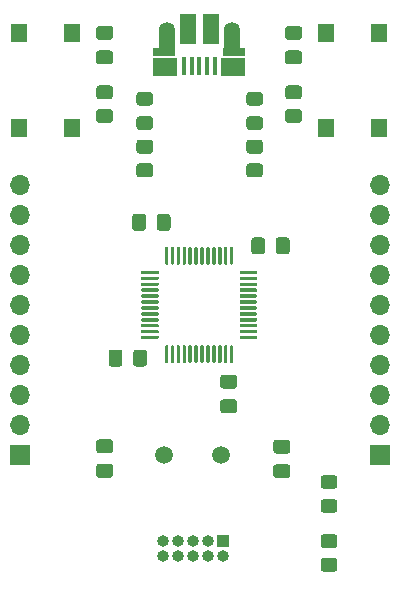
<source format=gbr>
G04 #@! TF.GenerationSoftware,KiCad,Pcbnew,(5.1.9)-1*
G04 #@! TF.CreationDate,2021-04-03T09:41:49-07:00*
G04 #@! TF.ProjectId,Avionics,4176696f-6e69-4637-932e-6b696361645f,rev?*
G04 #@! TF.SameCoordinates,Original*
G04 #@! TF.FileFunction,Soldermask,Top*
G04 #@! TF.FilePolarity,Negative*
%FSLAX46Y46*%
G04 Gerber Fmt 4.6, Leading zero omitted, Abs format (unit mm)*
G04 Created by KiCad (PCBNEW (5.1.9)-1) date 2021-04-03 09:41:49*
%MOMM*%
%LPD*%
G01*
G04 APERTURE LIST*
%ADD10R,1.700000X1.700000*%
%ADD11O,1.700000X1.700000*%
%ADD12R,1.000000X1.000000*%
%ADD13O,1.000000X1.000000*%
%ADD14R,1.350000X2.000000*%
%ADD15R,1.825000X0.700000*%
%ADD16R,2.000000X1.500000*%
%ADD17R,0.400000X1.650000*%
%ADD18O,1.100000X1.500000*%
%ADD19O,1.350000X1.700000*%
%ADD20R,1.430000X2.500000*%
%ADD21R,1.400000X1.600000*%
%ADD22C,1.500000*%
G04 APERTURE END LIST*
G36*
G01*
X174325000Y-88900000D02*
X174175000Y-88900000D01*
G75*
G02*
X174100000Y-88825000I0J75000D01*
G01*
X174100000Y-87500000D01*
G75*
G02*
X174175000Y-87425000I75000J0D01*
G01*
X174325000Y-87425000D01*
G75*
G02*
X174400000Y-87500000I0J-75000D01*
G01*
X174400000Y-88825000D01*
G75*
G02*
X174325000Y-88900000I-75000J0D01*
G01*
G37*
G36*
G01*
X174825000Y-88900000D02*
X174675000Y-88900000D01*
G75*
G02*
X174600000Y-88825000I0J75000D01*
G01*
X174600000Y-87500000D01*
G75*
G02*
X174675000Y-87425000I75000J0D01*
G01*
X174825000Y-87425000D01*
G75*
G02*
X174900000Y-87500000I0J-75000D01*
G01*
X174900000Y-88825000D01*
G75*
G02*
X174825000Y-88900000I-75000J0D01*
G01*
G37*
G36*
G01*
X175325000Y-88900000D02*
X175175000Y-88900000D01*
G75*
G02*
X175100000Y-88825000I0J75000D01*
G01*
X175100000Y-87500000D01*
G75*
G02*
X175175000Y-87425000I75000J0D01*
G01*
X175325000Y-87425000D01*
G75*
G02*
X175400000Y-87500000I0J-75000D01*
G01*
X175400000Y-88825000D01*
G75*
G02*
X175325000Y-88900000I-75000J0D01*
G01*
G37*
G36*
G01*
X175825000Y-88900000D02*
X175675000Y-88900000D01*
G75*
G02*
X175600000Y-88825000I0J75000D01*
G01*
X175600000Y-87500000D01*
G75*
G02*
X175675000Y-87425000I75000J0D01*
G01*
X175825000Y-87425000D01*
G75*
G02*
X175900000Y-87500000I0J-75000D01*
G01*
X175900000Y-88825000D01*
G75*
G02*
X175825000Y-88900000I-75000J0D01*
G01*
G37*
G36*
G01*
X176325000Y-88900000D02*
X176175000Y-88900000D01*
G75*
G02*
X176100000Y-88825000I0J75000D01*
G01*
X176100000Y-87500000D01*
G75*
G02*
X176175000Y-87425000I75000J0D01*
G01*
X176325000Y-87425000D01*
G75*
G02*
X176400000Y-87500000I0J-75000D01*
G01*
X176400000Y-88825000D01*
G75*
G02*
X176325000Y-88900000I-75000J0D01*
G01*
G37*
G36*
G01*
X176825000Y-88900000D02*
X176675000Y-88900000D01*
G75*
G02*
X176600000Y-88825000I0J75000D01*
G01*
X176600000Y-87500000D01*
G75*
G02*
X176675000Y-87425000I75000J0D01*
G01*
X176825000Y-87425000D01*
G75*
G02*
X176900000Y-87500000I0J-75000D01*
G01*
X176900000Y-88825000D01*
G75*
G02*
X176825000Y-88900000I-75000J0D01*
G01*
G37*
G36*
G01*
X177325000Y-88900000D02*
X177175000Y-88900000D01*
G75*
G02*
X177100000Y-88825000I0J75000D01*
G01*
X177100000Y-87500000D01*
G75*
G02*
X177175000Y-87425000I75000J0D01*
G01*
X177325000Y-87425000D01*
G75*
G02*
X177400000Y-87500000I0J-75000D01*
G01*
X177400000Y-88825000D01*
G75*
G02*
X177325000Y-88900000I-75000J0D01*
G01*
G37*
G36*
G01*
X177825000Y-88900000D02*
X177675000Y-88900000D01*
G75*
G02*
X177600000Y-88825000I0J75000D01*
G01*
X177600000Y-87500000D01*
G75*
G02*
X177675000Y-87425000I75000J0D01*
G01*
X177825000Y-87425000D01*
G75*
G02*
X177900000Y-87500000I0J-75000D01*
G01*
X177900000Y-88825000D01*
G75*
G02*
X177825000Y-88900000I-75000J0D01*
G01*
G37*
G36*
G01*
X178325000Y-88900000D02*
X178175000Y-88900000D01*
G75*
G02*
X178100000Y-88825000I0J75000D01*
G01*
X178100000Y-87500000D01*
G75*
G02*
X178175000Y-87425000I75000J0D01*
G01*
X178325000Y-87425000D01*
G75*
G02*
X178400000Y-87500000I0J-75000D01*
G01*
X178400000Y-88825000D01*
G75*
G02*
X178325000Y-88900000I-75000J0D01*
G01*
G37*
G36*
G01*
X178825000Y-88900000D02*
X178675000Y-88900000D01*
G75*
G02*
X178600000Y-88825000I0J75000D01*
G01*
X178600000Y-87500000D01*
G75*
G02*
X178675000Y-87425000I75000J0D01*
G01*
X178825000Y-87425000D01*
G75*
G02*
X178900000Y-87500000I0J-75000D01*
G01*
X178900000Y-88825000D01*
G75*
G02*
X178825000Y-88900000I-75000J0D01*
G01*
G37*
G36*
G01*
X179325000Y-88900000D02*
X179175000Y-88900000D01*
G75*
G02*
X179100000Y-88825000I0J75000D01*
G01*
X179100000Y-87500000D01*
G75*
G02*
X179175000Y-87425000I75000J0D01*
G01*
X179325000Y-87425000D01*
G75*
G02*
X179400000Y-87500000I0J-75000D01*
G01*
X179400000Y-88825000D01*
G75*
G02*
X179325000Y-88900000I-75000J0D01*
G01*
G37*
G36*
G01*
X179825000Y-88900000D02*
X179675000Y-88900000D01*
G75*
G02*
X179600000Y-88825000I0J75000D01*
G01*
X179600000Y-87500000D01*
G75*
G02*
X179675000Y-87425000I75000J0D01*
G01*
X179825000Y-87425000D01*
G75*
G02*
X179900000Y-87500000I0J-75000D01*
G01*
X179900000Y-88825000D01*
G75*
G02*
X179825000Y-88900000I-75000J0D01*
G01*
G37*
G36*
G01*
X181825000Y-86900000D02*
X180500000Y-86900000D01*
G75*
G02*
X180425000Y-86825000I0J75000D01*
G01*
X180425000Y-86675000D01*
G75*
G02*
X180500000Y-86600000I75000J0D01*
G01*
X181825000Y-86600000D01*
G75*
G02*
X181900000Y-86675000I0J-75000D01*
G01*
X181900000Y-86825000D01*
G75*
G02*
X181825000Y-86900000I-75000J0D01*
G01*
G37*
G36*
G01*
X181825000Y-86400000D02*
X180500000Y-86400000D01*
G75*
G02*
X180425000Y-86325000I0J75000D01*
G01*
X180425000Y-86175000D01*
G75*
G02*
X180500000Y-86100000I75000J0D01*
G01*
X181825000Y-86100000D01*
G75*
G02*
X181900000Y-86175000I0J-75000D01*
G01*
X181900000Y-86325000D01*
G75*
G02*
X181825000Y-86400000I-75000J0D01*
G01*
G37*
G36*
G01*
X181825000Y-85900000D02*
X180500000Y-85900000D01*
G75*
G02*
X180425000Y-85825000I0J75000D01*
G01*
X180425000Y-85675000D01*
G75*
G02*
X180500000Y-85600000I75000J0D01*
G01*
X181825000Y-85600000D01*
G75*
G02*
X181900000Y-85675000I0J-75000D01*
G01*
X181900000Y-85825000D01*
G75*
G02*
X181825000Y-85900000I-75000J0D01*
G01*
G37*
G36*
G01*
X181825000Y-85400000D02*
X180500000Y-85400000D01*
G75*
G02*
X180425000Y-85325000I0J75000D01*
G01*
X180425000Y-85175000D01*
G75*
G02*
X180500000Y-85100000I75000J0D01*
G01*
X181825000Y-85100000D01*
G75*
G02*
X181900000Y-85175000I0J-75000D01*
G01*
X181900000Y-85325000D01*
G75*
G02*
X181825000Y-85400000I-75000J0D01*
G01*
G37*
G36*
G01*
X181825000Y-84900000D02*
X180500000Y-84900000D01*
G75*
G02*
X180425000Y-84825000I0J75000D01*
G01*
X180425000Y-84675000D01*
G75*
G02*
X180500000Y-84600000I75000J0D01*
G01*
X181825000Y-84600000D01*
G75*
G02*
X181900000Y-84675000I0J-75000D01*
G01*
X181900000Y-84825000D01*
G75*
G02*
X181825000Y-84900000I-75000J0D01*
G01*
G37*
G36*
G01*
X181825000Y-84400000D02*
X180500000Y-84400000D01*
G75*
G02*
X180425000Y-84325000I0J75000D01*
G01*
X180425000Y-84175000D01*
G75*
G02*
X180500000Y-84100000I75000J0D01*
G01*
X181825000Y-84100000D01*
G75*
G02*
X181900000Y-84175000I0J-75000D01*
G01*
X181900000Y-84325000D01*
G75*
G02*
X181825000Y-84400000I-75000J0D01*
G01*
G37*
G36*
G01*
X181825000Y-83900000D02*
X180500000Y-83900000D01*
G75*
G02*
X180425000Y-83825000I0J75000D01*
G01*
X180425000Y-83675000D01*
G75*
G02*
X180500000Y-83600000I75000J0D01*
G01*
X181825000Y-83600000D01*
G75*
G02*
X181900000Y-83675000I0J-75000D01*
G01*
X181900000Y-83825000D01*
G75*
G02*
X181825000Y-83900000I-75000J0D01*
G01*
G37*
G36*
G01*
X181825000Y-83400000D02*
X180500000Y-83400000D01*
G75*
G02*
X180425000Y-83325000I0J75000D01*
G01*
X180425000Y-83175000D01*
G75*
G02*
X180500000Y-83100000I75000J0D01*
G01*
X181825000Y-83100000D01*
G75*
G02*
X181900000Y-83175000I0J-75000D01*
G01*
X181900000Y-83325000D01*
G75*
G02*
X181825000Y-83400000I-75000J0D01*
G01*
G37*
G36*
G01*
X181825000Y-82900000D02*
X180500000Y-82900000D01*
G75*
G02*
X180425000Y-82825000I0J75000D01*
G01*
X180425000Y-82675000D01*
G75*
G02*
X180500000Y-82600000I75000J0D01*
G01*
X181825000Y-82600000D01*
G75*
G02*
X181900000Y-82675000I0J-75000D01*
G01*
X181900000Y-82825000D01*
G75*
G02*
X181825000Y-82900000I-75000J0D01*
G01*
G37*
G36*
G01*
X181825000Y-82400000D02*
X180500000Y-82400000D01*
G75*
G02*
X180425000Y-82325000I0J75000D01*
G01*
X180425000Y-82175000D01*
G75*
G02*
X180500000Y-82100000I75000J0D01*
G01*
X181825000Y-82100000D01*
G75*
G02*
X181900000Y-82175000I0J-75000D01*
G01*
X181900000Y-82325000D01*
G75*
G02*
X181825000Y-82400000I-75000J0D01*
G01*
G37*
G36*
G01*
X181825000Y-81900000D02*
X180500000Y-81900000D01*
G75*
G02*
X180425000Y-81825000I0J75000D01*
G01*
X180425000Y-81675000D01*
G75*
G02*
X180500000Y-81600000I75000J0D01*
G01*
X181825000Y-81600000D01*
G75*
G02*
X181900000Y-81675000I0J-75000D01*
G01*
X181900000Y-81825000D01*
G75*
G02*
X181825000Y-81900000I-75000J0D01*
G01*
G37*
G36*
G01*
X181825000Y-81400000D02*
X180500000Y-81400000D01*
G75*
G02*
X180425000Y-81325000I0J75000D01*
G01*
X180425000Y-81175000D01*
G75*
G02*
X180500000Y-81100000I75000J0D01*
G01*
X181825000Y-81100000D01*
G75*
G02*
X181900000Y-81175000I0J-75000D01*
G01*
X181900000Y-81325000D01*
G75*
G02*
X181825000Y-81400000I-75000J0D01*
G01*
G37*
G36*
G01*
X179825000Y-80575000D02*
X179675000Y-80575000D01*
G75*
G02*
X179600000Y-80500000I0J75000D01*
G01*
X179600000Y-79175000D01*
G75*
G02*
X179675000Y-79100000I75000J0D01*
G01*
X179825000Y-79100000D01*
G75*
G02*
X179900000Y-79175000I0J-75000D01*
G01*
X179900000Y-80500000D01*
G75*
G02*
X179825000Y-80575000I-75000J0D01*
G01*
G37*
G36*
G01*
X179325000Y-80575000D02*
X179175000Y-80575000D01*
G75*
G02*
X179100000Y-80500000I0J75000D01*
G01*
X179100000Y-79175000D01*
G75*
G02*
X179175000Y-79100000I75000J0D01*
G01*
X179325000Y-79100000D01*
G75*
G02*
X179400000Y-79175000I0J-75000D01*
G01*
X179400000Y-80500000D01*
G75*
G02*
X179325000Y-80575000I-75000J0D01*
G01*
G37*
G36*
G01*
X178825000Y-80575000D02*
X178675000Y-80575000D01*
G75*
G02*
X178600000Y-80500000I0J75000D01*
G01*
X178600000Y-79175000D01*
G75*
G02*
X178675000Y-79100000I75000J0D01*
G01*
X178825000Y-79100000D01*
G75*
G02*
X178900000Y-79175000I0J-75000D01*
G01*
X178900000Y-80500000D01*
G75*
G02*
X178825000Y-80575000I-75000J0D01*
G01*
G37*
G36*
G01*
X178325000Y-80575000D02*
X178175000Y-80575000D01*
G75*
G02*
X178100000Y-80500000I0J75000D01*
G01*
X178100000Y-79175000D01*
G75*
G02*
X178175000Y-79100000I75000J0D01*
G01*
X178325000Y-79100000D01*
G75*
G02*
X178400000Y-79175000I0J-75000D01*
G01*
X178400000Y-80500000D01*
G75*
G02*
X178325000Y-80575000I-75000J0D01*
G01*
G37*
G36*
G01*
X177825000Y-80575000D02*
X177675000Y-80575000D01*
G75*
G02*
X177600000Y-80500000I0J75000D01*
G01*
X177600000Y-79175000D01*
G75*
G02*
X177675000Y-79100000I75000J0D01*
G01*
X177825000Y-79100000D01*
G75*
G02*
X177900000Y-79175000I0J-75000D01*
G01*
X177900000Y-80500000D01*
G75*
G02*
X177825000Y-80575000I-75000J0D01*
G01*
G37*
G36*
G01*
X177325000Y-80575000D02*
X177175000Y-80575000D01*
G75*
G02*
X177100000Y-80500000I0J75000D01*
G01*
X177100000Y-79175000D01*
G75*
G02*
X177175000Y-79100000I75000J0D01*
G01*
X177325000Y-79100000D01*
G75*
G02*
X177400000Y-79175000I0J-75000D01*
G01*
X177400000Y-80500000D01*
G75*
G02*
X177325000Y-80575000I-75000J0D01*
G01*
G37*
G36*
G01*
X176825000Y-80575000D02*
X176675000Y-80575000D01*
G75*
G02*
X176600000Y-80500000I0J75000D01*
G01*
X176600000Y-79175000D01*
G75*
G02*
X176675000Y-79100000I75000J0D01*
G01*
X176825000Y-79100000D01*
G75*
G02*
X176900000Y-79175000I0J-75000D01*
G01*
X176900000Y-80500000D01*
G75*
G02*
X176825000Y-80575000I-75000J0D01*
G01*
G37*
G36*
G01*
X176325000Y-80575000D02*
X176175000Y-80575000D01*
G75*
G02*
X176100000Y-80500000I0J75000D01*
G01*
X176100000Y-79175000D01*
G75*
G02*
X176175000Y-79100000I75000J0D01*
G01*
X176325000Y-79100000D01*
G75*
G02*
X176400000Y-79175000I0J-75000D01*
G01*
X176400000Y-80500000D01*
G75*
G02*
X176325000Y-80575000I-75000J0D01*
G01*
G37*
G36*
G01*
X175825000Y-80575000D02*
X175675000Y-80575000D01*
G75*
G02*
X175600000Y-80500000I0J75000D01*
G01*
X175600000Y-79175000D01*
G75*
G02*
X175675000Y-79100000I75000J0D01*
G01*
X175825000Y-79100000D01*
G75*
G02*
X175900000Y-79175000I0J-75000D01*
G01*
X175900000Y-80500000D01*
G75*
G02*
X175825000Y-80575000I-75000J0D01*
G01*
G37*
G36*
G01*
X175325000Y-80575000D02*
X175175000Y-80575000D01*
G75*
G02*
X175100000Y-80500000I0J75000D01*
G01*
X175100000Y-79175000D01*
G75*
G02*
X175175000Y-79100000I75000J0D01*
G01*
X175325000Y-79100000D01*
G75*
G02*
X175400000Y-79175000I0J-75000D01*
G01*
X175400000Y-80500000D01*
G75*
G02*
X175325000Y-80575000I-75000J0D01*
G01*
G37*
G36*
G01*
X174825000Y-80575000D02*
X174675000Y-80575000D01*
G75*
G02*
X174600000Y-80500000I0J75000D01*
G01*
X174600000Y-79175000D01*
G75*
G02*
X174675000Y-79100000I75000J0D01*
G01*
X174825000Y-79100000D01*
G75*
G02*
X174900000Y-79175000I0J-75000D01*
G01*
X174900000Y-80500000D01*
G75*
G02*
X174825000Y-80575000I-75000J0D01*
G01*
G37*
G36*
G01*
X174325000Y-80575000D02*
X174175000Y-80575000D01*
G75*
G02*
X174100000Y-80500000I0J75000D01*
G01*
X174100000Y-79175000D01*
G75*
G02*
X174175000Y-79100000I75000J0D01*
G01*
X174325000Y-79100000D01*
G75*
G02*
X174400000Y-79175000I0J-75000D01*
G01*
X174400000Y-80500000D01*
G75*
G02*
X174325000Y-80575000I-75000J0D01*
G01*
G37*
G36*
G01*
X173500000Y-81400000D02*
X172175000Y-81400000D01*
G75*
G02*
X172100000Y-81325000I0J75000D01*
G01*
X172100000Y-81175000D01*
G75*
G02*
X172175000Y-81100000I75000J0D01*
G01*
X173500000Y-81100000D01*
G75*
G02*
X173575000Y-81175000I0J-75000D01*
G01*
X173575000Y-81325000D01*
G75*
G02*
X173500000Y-81400000I-75000J0D01*
G01*
G37*
G36*
G01*
X173500000Y-81900000D02*
X172175000Y-81900000D01*
G75*
G02*
X172100000Y-81825000I0J75000D01*
G01*
X172100000Y-81675000D01*
G75*
G02*
X172175000Y-81600000I75000J0D01*
G01*
X173500000Y-81600000D01*
G75*
G02*
X173575000Y-81675000I0J-75000D01*
G01*
X173575000Y-81825000D01*
G75*
G02*
X173500000Y-81900000I-75000J0D01*
G01*
G37*
G36*
G01*
X173500000Y-82400000D02*
X172175000Y-82400000D01*
G75*
G02*
X172100000Y-82325000I0J75000D01*
G01*
X172100000Y-82175000D01*
G75*
G02*
X172175000Y-82100000I75000J0D01*
G01*
X173500000Y-82100000D01*
G75*
G02*
X173575000Y-82175000I0J-75000D01*
G01*
X173575000Y-82325000D01*
G75*
G02*
X173500000Y-82400000I-75000J0D01*
G01*
G37*
G36*
G01*
X173500000Y-82900000D02*
X172175000Y-82900000D01*
G75*
G02*
X172100000Y-82825000I0J75000D01*
G01*
X172100000Y-82675000D01*
G75*
G02*
X172175000Y-82600000I75000J0D01*
G01*
X173500000Y-82600000D01*
G75*
G02*
X173575000Y-82675000I0J-75000D01*
G01*
X173575000Y-82825000D01*
G75*
G02*
X173500000Y-82900000I-75000J0D01*
G01*
G37*
G36*
G01*
X173500000Y-83400000D02*
X172175000Y-83400000D01*
G75*
G02*
X172100000Y-83325000I0J75000D01*
G01*
X172100000Y-83175000D01*
G75*
G02*
X172175000Y-83100000I75000J0D01*
G01*
X173500000Y-83100000D01*
G75*
G02*
X173575000Y-83175000I0J-75000D01*
G01*
X173575000Y-83325000D01*
G75*
G02*
X173500000Y-83400000I-75000J0D01*
G01*
G37*
G36*
G01*
X173500000Y-83900000D02*
X172175000Y-83900000D01*
G75*
G02*
X172100000Y-83825000I0J75000D01*
G01*
X172100000Y-83675000D01*
G75*
G02*
X172175000Y-83600000I75000J0D01*
G01*
X173500000Y-83600000D01*
G75*
G02*
X173575000Y-83675000I0J-75000D01*
G01*
X173575000Y-83825000D01*
G75*
G02*
X173500000Y-83900000I-75000J0D01*
G01*
G37*
G36*
G01*
X173500000Y-84400000D02*
X172175000Y-84400000D01*
G75*
G02*
X172100000Y-84325000I0J75000D01*
G01*
X172100000Y-84175000D01*
G75*
G02*
X172175000Y-84100000I75000J0D01*
G01*
X173500000Y-84100000D01*
G75*
G02*
X173575000Y-84175000I0J-75000D01*
G01*
X173575000Y-84325000D01*
G75*
G02*
X173500000Y-84400000I-75000J0D01*
G01*
G37*
G36*
G01*
X173500000Y-84900000D02*
X172175000Y-84900000D01*
G75*
G02*
X172100000Y-84825000I0J75000D01*
G01*
X172100000Y-84675000D01*
G75*
G02*
X172175000Y-84600000I75000J0D01*
G01*
X173500000Y-84600000D01*
G75*
G02*
X173575000Y-84675000I0J-75000D01*
G01*
X173575000Y-84825000D01*
G75*
G02*
X173500000Y-84900000I-75000J0D01*
G01*
G37*
G36*
G01*
X173500000Y-85400000D02*
X172175000Y-85400000D01*
G75*
G02*
X172100000Y-85325000I0J75000D01*
G01*
X172100000Y-85175000D01*
G75*
G02*
X172175000Y-85100000I75000J0D01*
G01*
X173500000Y-85100000D01*
G75*
G02*
X173575000Y-85175000I0J-75000D01*
G01*
X173575000Y-85325000D01*
G75*
G02*
X173500000Y-85400000I-75000J0D01*
G01*
G37*
G36*
G01*
X173500000Y-85900000D02*
X172175000Y-85900000D01*
G75*
G02*
X172100000Y-85825000I0J75000D01*
G01*
X172100000Y-85675000D01*
G75*
G02*
X172175000Y-85600000I75000J0D01*
G01*
X173500000Y-85600000D01*
G75*
G02*
X173575000Y-85675000I0J-75000D01*
G01*
X173575000Y-85825000D01*
G75*
G02*
X173500000Y-85900000I-75000J0D01*
G01*
G37*
G36*
G01*
X173500000Y-86400000D02*
X172175000Y-86400000D01*
G75*
G02*
X172100000Y-86325000I0J75000D01*
G01*
X172100000Y-86175000D01*
G75*
G02*
X172175000Y-86100000I75000J0D01*
G01*
X173500000Y-86100000D01*
G75*
G02*
X173575000Y-86175000I0J-75000D01*
G01*
X173575000Y-86325000D01*
G75*
G02*
X173500000Y-86400000I-75000J0D01*
G01*
G37*
G36*
G01*
X173500000Y-86900000D02*
X172175000Y-86900000D01*
G75*
G02*
X172100000Y-86825000I0J75000D01*
G01*
X172100000Y-86675000D01*
G75*
G02*
X172175000Y-86600000I75000J0D01*
G01*
X173500000Y-86600000D01*
G75*
G02*
X173575000Y-86675000I0J-75000D01*
G01*
X173575000Y-86825000D01*
G75*
G02*
X173500000Y-86900000I-75000J0D01*
G01*
G37*
G36*
G01*
X172850001Y-69175000D02*
X171949999Y-69175000D01*
G75*
G02*
X171700000Y-68925001I0J249999D01*
G01*
X171700000Y-68274999D01*
G75*
G02*
X171949999Y-68025000I249999J0D01*
G01*
X172850001Y-68025000D01*
G75*
G02*
X173100000Y-68274999I0J-249999D01*
G01*
X173100000Y-68925001D01*
G75*
G02*
X172850001Y-69175000I-249999J0D01*
G01*
G37*
G36*
G01*
X172850001Y-67125000D02*
X171949999Y-67125000D01*
G75*
G02*
X171700000Y-66875001I0J249999D01*
G01*
X171700000Y-66224999D01*
G75*
G02*
X171949999Y-65975000I249999J0D01*
G01*
X172850001Y-65975000D01*
G75*
G02*
X173100000Y-66224999I0J-249999D01*
G01*
X173100000Y-66875001D01*
G75*
G02*
X172850001Y-67125000I-249999J0D01*
G01*
G37*
G36*
G01*
X172850001Y-73200000D02*
X171949999Y-73200000D01*
G75*
G02*
X171700000Y-72950001I0J249999D01*
G01*
X171700000Y-72249999D01*
G75*
G02*
X171949999Y-72000000I249999J0D01*
G01*
X172850001Y-72000000D01*
G75*
G02*
X173100000Y-72249999I0J-249999D01*
G01*
X173100000Y-72950001D01*
G75*
G02*
X172850001Y-73200000I-249999J0D01*
G01*
G37*
G36*
G01*
X172850001Y-71200000D02*
X171949999Y-71200000D01*
G75*
G02*
X171700000Y-70950001I0J249999D01*
G01*
X171700000Y-70249999D01*
G75*
G02*
X171949999Y-70000000I249999J0D01*
G01*
X172850001Y-70000000D01*
G75*
G02*
X173100000Y-70249999I0J-249999D01*
G01*
X173100000Y-70950001D01*
G75*
G02*
X172850001Y-71200000I-249999J0D01*
G01*
G37*
D10*
X192280000Y-96700000D03*
D11*
X192280000Y-94160000D03*
X192280000Y-91620000D03*
X192280000Y-89080000D03*
X192280000Y-86540000D03*
X192280000Y-84000000D03*
X192280000Y-81460000D03*
X192280000Y-78920000D03*
X192280000Y-76380000D03*
X192280000Y-73840000D03*
G36*
G01*
X168525000Y-95375000D02*
X169475000Y-95375000D01*
G75*
G02*
X169725000Y-95625000I0J-250000D01*
G01*
X169725000Y-96300000D01*
G75*
G02*
X169475000Y-96550000I-250000J0D01*
G01*
X168525000Y-96550000D01*
G75*
G02*
X168275000Y-96300000I0J250000D01*
G01*
X168275000Y-95625000D01*
G75*
G02*
X168525000Y-95375000I250000J0D01*
G01*
G37*
G36*
G01*
X168525000Y-97450000D02*
X169475000Y-97450000D01*
G75*
G02*
X169725000Y-97700000I0J-250000D01*
G01*
X169725000Y-98375000D01*
G75*
G02*
X169475000Y-98625000I-250000J0D01*
G01*
X168525000Y-98625000D01*
G75*
G02*
X168275000Y-98375000I0J250000D01*
G01*
X168275000Y-97700000D01*
G75*
G02*
X168525000Y-97450000I250000J0D01*
G01*
G37*
G36*
G01*
X188450001Y-101600000D02*
X187549999Y-101600000D01*
G75*
G02*
X187300000Y-101350001I0J249999D01*
G01*
X187300000Y-100699999D01*
G75*
G02*
X187549999Y-100450000I249999J0D01*
G01*
X188450001Y-100450000D01*
G75*
G02*
X188700000Y-100699999I0J-249999D01*
G01*
X188700000Y-101350001D01*
G75*
G02*
X188450001Y-101600000I-249999J0D01*
G01*
G37*
G36*
G01*
X188450001Y-99550000D02*
X187549999Y-99550000D01*
G75*
G02*
X187300000Y-99300001I0J249999D01*
G01*
X187300000Y-98649999D01*
G75*
G02*
X187549999Y-98400000I249999J0D01*
G01*
X188450001Y-98400000D01*
G75*
G02*
X188700000Y-98649999I0J-249999D01*
G01*
X188700000Y-99300001D01*
G75*
G02*
X188450001Y-99550000I-249999J0D01*
G01*
G37*
G36*
G01*
X182150001Y-67125000D02*
X181249999Y-67125000D01*
G75*
G02*
X181000000Y-66875001I0J249999D01*
G01*
X181000000Y-66224999D01*
G75*
G02*
X181249999Y-65975000I249999J0D01*
G01*
X182150001Y-65975000D01*
G75*
G02*
X182400000Y-66224999I0J-249999D01*
G01*
X182400000Y-66875001D01*
G75*
G02*
X182150001Y-67125000I-249999J0D01*
G01*
G37*
G36*
G01*
X182150001Y-69175000D02*
X181249999Y-69175000D01*
G75*
G02*
X181000000Y-68925001I0J249999D01*
G01*
X181000000Y-68274999D01*
G75*
G02*
X181249999Y-68025000I249999J0D01*
G01*
X182150001Y-68025000D01*
G75*
G02*
X182400000Y-68274999I0J-249999D01*
G01*
X182400000Y-68925001D01*
G75*
G02*
X182150001Y-69175000I-249999J0D01*
G01*
G37*
D12*
X179000000Y-104000000D03*
D13*
X179000000Y-105270000D03*
X177730000Y-104000000D03*
X177730000Y-105270000D03*
X176460000Y-104000000D03*
X176460000Y-105270000D03*
X175190000Y-104000000D03*
X175190000Y-105270000D03*
X173920000Y-104000000D03*
X173920000Y-105270000D03*
D14*
X174275000Y-61815000D03*
X179755000Y-61815000D03*
D15*
X179975000Y-62565000D03*
X174025000Y-62565000D03*
D16*
X179875000Y-63865000D03*
X174125000Y-63885000D03*
D17*
X178325000Y-63765000D03*
X177675000Y-63765000D03*
X177025000Y-63765000D03*
X176375000Y-63765000D03*
X175725000Y-63765000D03*
D18*
X179445000Y-63885000D03*
X174605000Y-63885000D03*
D19*
X179755000Y-60885000D03*
X174295000Y-60885000D03*
D20*
X177985000Y-60615000D03*
X176065000Y-60615000D03*
G36*
G01*
X185450001Y-66600000D02*
X184549999Y-66600000D01*
G75*
G02*
X184300000Y-66350001I0J249999D01*
G01*
X184300000Y-65649999D01*
G75*
G02*
X184549999Y-65400000I249999J0D01*
G01*
X185450001Y-65400000D01*
G75*
G02*
X185700000Y-65649999I0J-249999D01*
G01*
X185700000Y-66350001D01*
G75*
G02*
X185450001Y-66600000I-249999J0D01*
G01*
G37*
G36*
G01*
X185450001Y-68600000D02*
X184549999Y-68600000D01*
G75*
G02*
X184300000Y-68350001I0J249999D01*
G01*
X184300000Y-67649999D01*
G75*
G02*
X184549999Y-67400000I249999J0D01*
G01*
X185450001Y-67400000D01*
G75*
G02*
X185700000Y-67649999I0J-249999D01*
G01*
X185700000Y-68350001D01*
G75*
G02*
X185450001Y-68600000I-249999J0D01*
G01*
G37*
G36*
G01*
X169450001Y-66600000D02*
X168549999Y-66600000D01*
G75*
G02*
X168300000Y-66350001I0J249999D01*
G01*
X168300000Y-65649999D01*
G75*
G02*
X168549999Y-65400000I249999J0D01*
G01*
X169450001Y-65400000D01*
G75*
G02*
X169700000Y-65649999I0J-249999D01*
G01*
X169700000Y-66350001D01*
G75*
G02*
X169450001Y-66600000I-249999J0D01*
G01*
G37*
G36*
G01*
X169450001Y-68600000D02*
X168549999Y-68600000D01*
G75*
G02*
X168300000Y-68350001I0J249999D01*
G01*
X168300000Y-67649999D01*
G75*
G02*
X168549999Y-67400000I249999J0D01*
G01*
X169450001Y-67400000D01*
G75*
G02*
X169700000Y-67649999I0J-249999D01*
G01*
X169700000Y-68350001D01*
G75*
G02*
X169450001Y-68600000I-249999J0D01*
G01*
G37*
G36*
G01*
X188450001Y-106600000D02*
X187549999Y-106600000D01*
G75*
G02*
X187300000Y-106350001I0J249999D01*
G01*
X187300000Y-105649999D01*
G75*
G02*
X187549999Y-105400000I249999J0D01*
G01*
X188450001Y-105400000D01*
G75*
G02*
X188700000Y-105649999I0J-249999D01*
G01*
X188700000Y-106350001D01*
G75*
G02*
X188450001Y-106600000I-249999J0D01*
G01*
G37*
G36*
G01*
X188450001Y-104600000D02*
X187549999Y-104600000D01*
G75*
G02*
X187300000Y-104350001I0J249999D01*
G01*
X187300000Y-103649999D01*
G75*
G02*
X187549999Y-103400000I249999J0D01*
G01*
X188450001Y-103400000D01*
G75*
G02*
X188700000Y-103649999I0J-249999D01*
G01*
X188700000Y-104350001D01*
G75*
G02*
X188450001Y-104600000I-249999J0D01*
G01*
G37*
G36*
G01*
X182150001Y-71200000D02*
X181249999Y-71200000D01*
G75*
G02*
X181000000Y-70950001I0J249999D01*
G01*
X181000000Y-70249999D01*
G75*
G02*
X181249999Y-70000000I249999J0D01*
G01*
X182150001Y-70000000D01*
G75*
G02*
X182400000Y-70249999I0J-249999D01*
G01*
X182400000Y-70950001D01*
G75*
G02*
X182150001Y-71200000I-249999J0D01*
G01*
G37*
G36*
G01*
X182150001Y-73200000D02*
X181249999Y-73200000D01*
G75*
G02*
X181000000Y-72950001I0J249999D01*
G01*
X181000000Y-72249999D01*
G75*
G02*
X181249999Y-72000000I249999J0D01*
G01*
X182150001Y-72000000D01*
G75*
G02*
X182400000Y-72249999I0J-249999D01*
G01*
X182400000Y-72950001D01*
G75*
G02*
X182150001Y-73200000I-249999J0D01*
G01*
G37*
D21*
X192250000Y-69000000D03*
X192250000Y-61000000D03*
X187750000Y-69000000D03*
X187750000Y-61000000D03*
X166250000Y-69000000D03*
X166250000Y-61000000D03*
X161750000Y-69000000D03*
X161750000Y-61000000D03*
D22*
X174000000Y-96700000D03*
X178880000Y-96700000D03*
D10*
X161800000Y-96700000D03*
D11*
X161800000Y-94160000D03*
X161800000Y-91620000D03*
X161800000Y-89080000D03*
X161800000Y-86540000D03*
X161800000Y-84000000D03*
X161800000Y-81460000D03*
X161800000Y-78920000D03*
X161800000Y-76380000D03*
X161800000Y-73840000D03*
G36*
G01*
X183525000Y-95412500D02*
X184475000Y-95412500D01*
G75*
G02*
X184725000Y-95662500I0J-250000D01*
G01*
X184725000Y-96337500D01*
G75*
G02*
X184475000Y-96587500I-250000J0D01*
G01*
X183525000Y-96587500D01*
G75*
G02*
X183275000Y-96337500I0J250000D01*
G01*
X183275000Y-95662500D01*
G75*
G02*
X183525000Y-95412500I250000J0D01*
G01*
G37*
G36*
G01*
X183525000Y-97487500D02*
X184475000Y-97487500D01*
G75*
G02*
X184725000Y-97737500I0J-250000D01*
G01*
X184725000Y-98412500D01*
G75*
G02*
X184475000Y-98662500I-250000J0D01*
G01*
X183525000Y-98662500D01*
G75*
G02*
X183275000Y-98412500I0J250000D01*
G01*
X183275000Y-97737500D01*
G75*
G02*
X183525000Y-97487500I250000J0D01*
G01*
G37*
G36*
G01*
X179025000Y-91987500D02*
X179975000Y-91987500D01*
G75*
G02*
X180225000Y-92237500I0J-250000D01*
G01*
X180225000Y-92912500D01*
G75*
G02*
X179975000Y-93162500I-250000J0D01*
G01*
X179025000Y-93162500D01*
G75*
G02*
X178775000Y-92912500I0J250000D01*
G01*
X178775000Y-92237500D01*
G75*
G02*
X179025000Y-91987500I250000J0D01*
G01*
G37*
G36*
G01*
X179025000Y-89912500D02*
X179975000Y-89912500D01*
G75*
G02*
X180225000Y-90162500I0J-250000D01*
G01*
X180225000Y-90837500D01*
G75*
G02*
X179975000Y-91087500I-250000J0D01*
G01*
X179025000Y-91087500D01*
G75*
G02*
X178775000Y-90837500I0J250000D01*
G01*
X178775000Y-90162500D01*
G75*
G02*
X179025000Y-89912500I250000J0D01*
G01*
G37*
G36*
G01*
X172587500Y-88025000D02*
X172587500Y-88975000D01*
G75*
G02*
X172337500Y-89225000I-250000J0D01*
G01*
X171662500Y-89225000D01*
G75*
G02*
X171412500Y-88975000I0J250000D01*
G01*
X171412500Y-88025000D01*
G75*
G02*
X171662500Y-87775000I250000J0D01*
G01*
X172337500Y-87775000D01*
G75*
G02*
X172587500Y-88025000I0J-250000D01*
G01*
G37*
G36*
G01*
X170512500Y-88025000D02*
X170512500Y-88975000D01*
G75*
G02*
X170262500Y-89225000I-250000J0D01*
G01*
X169587500Y-89225000D01*
G75*
G02*
X169337500Y-88975000I0J250000D01*
G01*
X169337500Y-88025000D01*
G75*
G02*
X169587500Y-87775000I250000J0D01*
G01*
X170262500Y-87775000D01*
G75*
G02*
X170512500Y-88025000I0J-250000D01*
G01*
G37*
G36*
G01*
X183487500Y-79475000D02*
X183487500Y-78525000D01*
G75*
G02*
X183737500Y-78275000I250000J0D01*
G01*
X184412500Y-78275000D01*
G75*
G02*
X184662500Y-78525000I0J-250000D01*
G01*
X184662500Y-79475000D01*
G75*
G02*
X184412500Y-79725000I-250000J0D01*
G01*
X183737500Y-79725000D01*
G75*
G02*
X183487500Y-79475000I0J250000D01*
G01*
G37*
G36*
G01*
X181412500Y-79475000D02*
X181412500Y-78525000D01*
G75*
G02*
X181662500Y-78275000I250000J0D01*
G01*
X182337500Y-78275000D01*
G75*
G02*
X182587500Y-78525000I0J-250000D01*
G01*
X182587500Y-79475000D01*
G75*
G02*
X182337500Y-79725000I-250000J0D01*
G01*
X181662500Y-79725000D01*
G75*
G02*
X181412500Y-79475000I0J250000D01*
G01*
G37*
G36*
G01*
X171337500Y-77475000D02*
X171337500Y-76525000D01*
G75*
G02*
X171587500Y-76275000I250000J0D01*
G01*
X172262500Y-76275000D01*
G75*
G02*
X172512500Y-76525000I0J-250000D01*
G01*
X172512500Y-77475000D01*
G75*
G02*
X172262500Y-77725000I-250000J0D01*
G01*
X171587500Y-77725000D01*
G75*
G02*
X171337500Y-77475000I0J250000D01*
G01*
G37*
G36*
G01*
X173412500Y-77475000D02*
X173412500Y-76525000D01*
G75*
G02*
X173662500Y-76275000I250000J0D01*
G01*
X174337500Y-76275000D01*
G75*
G02*
X174587500Y-76525000I0J-250000D01*
G01*
X174587500Y-77475000D01*
G75*
G02*
X174337500Y-77725000I-250000J0D01*
G01*
X173662500Y-77725000D01*
G75*
G02*
X173412500Y-77475000I0J250000D01*
G01*
G37*
G36*
G01*
X185475000Y-63625000D02*
X184525000Y-63625000D01*
G75*
G02*
X184275000Y-63375000I0J250000D01*
G01*
X184275000Y-62700000D01*
G75*
G02*
X184525000Y-62450000I250000J0D01*
G01*
X185475000Y-62450000D01*
G75*
G02*
X185725000Y-62700000I0J-250000D01*
G01*
X185725000Y-63375000D01*
G75*
G02*
X185475000Y-63625000I-250000J0D01*
G01*
G37*
G36*
G01*
X185475000Y-61550000D02*
X184525000Y-61550000D01*
G75*
G02*
X184275000Y-61300000I0J250000D01*
G01*
X184275000Y-60625000D01*
G75*
G02*
X184525000Y-60375000I250000J0D01*
G01*
X185475000Y-60375000D01*
G75*
G02*
X185725000Y-60625000I0J-250000D01*
G01*
X185725000Y-61300000D01*
G75*
G02*
X185475000Y-61550000I-250000J0D01*
G01*
G37*
G36*
G01*
X168525000Y-62450000D02*
X169475000Y-62450000D01*
G75*
G02*
X169725000Y-62700000I0J-250000D01*
G01*
X169725000Y-63375000D01*
G75*
G02*
X169475000Y-63625000I-250000J0D01*
G01*
X168525000Y-63625000D01*
G75*
G02*
X168275000Y-63375000I0J250000D01*
G01*
X168275000Y-62700000D01*
G75*
G02*
X168525000Y-62450000I250000J0D01*
G01*
G37*
G36*
G01*
X168525000Y-60375000D02*
X169475000Y-60375000D01*
G75*
G02*
X169725000Y-60625000I0J-250000D01*
G01*
X169725000Y-61300000D01*
G75*
G02*
X169475000Y-61550000I-250000J0D01*
G01*
X168525000Y-61550000D01*
G75*
G02*
X168275000Y-61300000I0J250000D01*
G01*
X168275000Y-60625000D01*
G75*
G02*
X168525000Y-60375000I250000J0D01*
G01*
G37*
M02*

</source>
